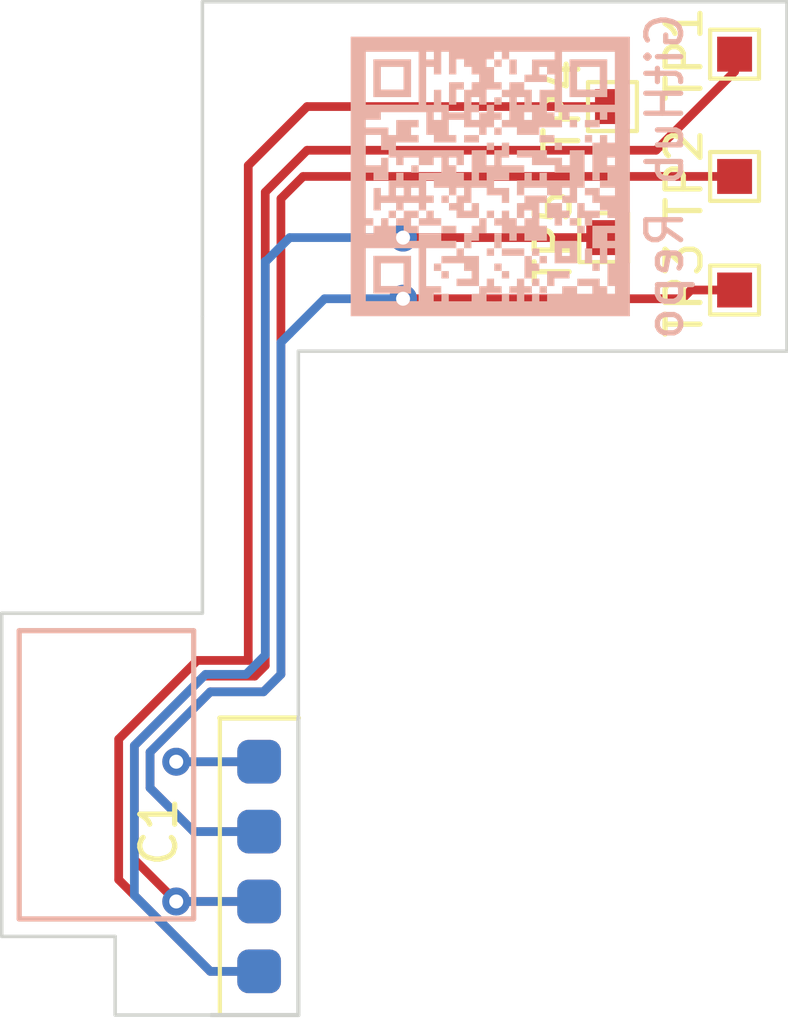
<source format=kicad_pcb>
(kicad_pcb (version 20211014) (generator pcbnew)
  (layers (0 "F.Cu" signal) (31 "B.Cu" signal) (34 "B.Paste" user) (35 "F.Paste" user) (36 "B.SilkS" user "B.Silkscreen") (37 "F.SilkS" user "F.Silkscreen") (38 "B.Mask" user) (39 "F.Mask" user) (44 "Edge.Cuts" user))
  (net 0 "")
  (net 1 "/GND")
  (net 2 "/X_1")
  (net 3 "/+v")
  (net 4 "/Y_1")
  (net 5 "/X_2")
  (net 6 "/Y_2")
  (footprint "consolizer:PSP-analog" (layer "F.Cu") (at 140.75 88 -90)
    (fp_text reference "C1" (at -0.249493 2.999542 90) (layer "F.SilkS"))
    (fp_text value "PSP-analog")
    (fp_line (start -3.5 1.25) (end 5 1.25) (layer "F.SilkS") (width 0.12))
    (fp_line (start 5 -1) (end -3.5 -1) (layer "Edge.Cuts") (width 0.12))
    (fp_line (start 5 1.5) (end 5 -1) (layer "Edge.Cuts") (width 0.12))
    (pad "1" smd roundrect (at -2.25 0.125 270) (size 1.25 1.25) (layers "F.Cu" "F.Paste" "F.Mask") (net 1 "/GND"))
    (pad "2" smd roundrect (at -0.25 0.125 270) (size 1.25 1.25) (layers "F.Cu" "F.Paste" "F.Mask") (net 2 "/X_1"))
    (pad "3" smd roundrect (at 1.75 0.125 270) (size 1.25 1.25) (layers "F.Cu" "F.Paste" "F.Mask") (net 3 "/+v"))
    (pad "4" smd roundrect (at 3.75 0.125 270) (size 1.25 1.25) (layers "F.Cu" "F.Paste" "F.Mask") (net 4 "/Y_1"))
    (pad "5" smd roundrect (at -2.25 0.125 270) (size 1.25 1.25) (layers "B.Cu" "B.Paste" "B.Mask") (net 1 "/GND"))
    (pad "6" smd roundrect (at -0.25 0.125 270) (size 1.25 1.25) (layers "B.Cu" "B.Paste" "B.Mask") (net 5 "/X_2"))
    (pad "7" smd roundrect (at 1.75 0.125 270) (size 1.25 1.25) (layers "B.Cu" "B.Paste" "B.Mask") (net 3 "/+v"))
    (pad "8" smd roundrect (at 3.75 0.125 270) (size 1.25 1.25) (layers "B.Cu" "B.Paste" "B.Mask") (net 6 "/Y_2"))
  )
  (footprint "TestPoint:TestPoint_Pad_1.0x1.0mm" (layer "F.Cu") (at 154.25 69 90)
    (fp_text reference "TP2" (at 0 -1.448 90) (layer "F.SilkS"))
    (fp_text value "TestPoint" hide)
    (fp_line (start -0.7 -0.7) (end 0.7 -0.7) (layer "F.SilkS") (width 0.12))
    (fp_line (start 0.7 -0.7) (end 0.7 0.7) (layer "F.SilkS") (width 0.12))
    (fp_line (start 0.7 0.7) (end -0.7 0.7) (layer "F.SilkS") (width 0.12))
    (fp_line (start -0.7 0.7) (end -0.7 -0.7) (layer "F.SilkS") (width 0.12))
    (pad "1" smd rect (at 0 0 90) (size 1 1) (layers "F.Cu" "F.Mask") (net 2 "/X_1"))
  )
  (footprint "TestPoint:TestPoint_Pad_1.0x1.0mm" (layer "F.Cu") (at 154.25 72.25 90)
    (fp_text reference "TP3" (at 0 -1.448 90) (layer "F.SilkS"))
    (fp_text value "TestPoint" hide)
    (fp_line (start 0.7 -0.7) (end 0.7 0.7) (layer "F.SilkS") (width 0.12))
    (fp_line (start -0.7 0.7) (end -0.7 -0.7) (layer "F.SilkS") (width 0.12))
    (fp_line (start 0.7 0.7) (end -0.7 0.7) (layer "F.SilkS") (width 0.12))
    (fp_line (start -0.7 -0.7) (end 0.7 -0.7) (layer "F.SilkS") (width 0.12))
    (pad "1" smd rect (at 0 0 90) (size 1 1) (layers "F.Cu" "F.Mask") (net 5 "/X_2"))
  )
  (footprint "TestPoint:TestPoint_Pad_1.0x1.0mm" (layer "F.Cu") (at 154.25 65.5 90)
    (fp_text reference "TP1" (at 0 -1.448 90) (layer "F.SilkS"))
    (fp_text value "TestPoint" hide)
    (fp_line (start 0.7 0.7) (end -0.7 0.7) (layer "F.SilkS") (width 0.12))
    (fp_line (start -0.7 0.7) (end -0.7 -0.7) (layer "F.SilkS") (width 0.12))
    (fp_line (start -0.7 -0.7) (end 0.7 -0.7) (layer "F.SilkS") (width 0.12))
    (fp_line (start 0.7 -0.7) (end 0.7 0.7) (layer "F.SilkS") (width 0.12))
    (pad "1" smd rect (at 0 0 90) (size 1 1) (layers "F.Cu" "F.Mask") (net 3 "/+v"))
  )
  (footprint "TestPoint:TestPoint_Pad_1.0x1.0mm" (layer "F.Cu") (at 150.5 70.75 90)
    (fp_text reference "TP5" (at 0 -1.448 90) (layer "F.SilkS"))
    (fp_text value "TestPoint" hide)
    (fp_line (start -0.7 0.7) (end -0.7 -0.7) (layer "F.SilkS") (width 0.12))
    (fp_line (start 0.7 0.7) (end -0.7 0.7) (layer "F.SilkS") (width 0.12))
    (fp_line (start 0.7 -0.7) (end 0.7 0.7) (layer "F.SilkS") (width 0.12))
    (fp_line (start -0.7 -0.7) (end 0.7 -0.7) (layer "F.SilkS") (width 0.12))
    (pad "1" smd rect (at 0 0 90) (size 1 1) (layers "F.Cu" "F.Mask") (net 6 "/Y_2"))
  )
  (footprint "TestPoint:TestPoint_Pad_1.0x1.0mm" (layer "F.Cu") (at 150.75 67 90)
    (fp_text reference "TP4" (at 0 -1.448 90) (layer "F.SilkS"))
    (fp_text value "TestPoint" hide)
    (fp_line (start -0.7 0.7) (end -0.7 -0.7) (layer "F.SilkS") (width 0.12))
    (fp_line (start -0.7 -0.7) (end 0.7 -0.7) (layer "F.SilkS") (width 0.12))
    (fp_line (start 0.7 -0.7) (end 0.7 0.7) (layer "F.SilkS") (width 0.12))
    (fp_line (start 0.7 0.7) (end -0.7 0.7) (layer "F.SilkS") (width 0.12))
    (pad "1" smd rect (at 0 0 90) (size 1 1) (layers "F.Cu" "F.Mask") (net 4 "/Y_1"))
  )
  (footprint "consolizer:QR" (layer "B.Cu") (at 147.25 69 -90)
    (fp_text reference "G***" hide)
    (fp_text value "LOGO" hide)
    (fp_text user "GitHub Repo" (at 0 -5 90 unlocked) (layer "B.SilkS") (effects (justify mirror)))
    (fp_poly (pts (xy 4.000568 -4.000568) (xy -4.000567 -4.000568) (xy -4.000567 -3.568074) (xy -3.568074 -3.568074) (xy -2.054345 -3.568074) (xy -2.054345 -2.054346) (xy -3.568074 -2.054346) (xy -3.568074 -3.568074) (xy -4.000567 -3.568074) (xy -4.000567 -1.842604) (xy -3.568074 -1.842604) (xy -3.347322 -1.842604) (xy -3.347189 -1.735607) (xy -3.347138 -1.708113) (xy -3.347048 -1.673159) (xy -3.346923 -1.632295) (xy -3.34677 -1.587069) (xy -3.346593 -1.539033) (xy -3.346398 -1.489735) (xy -3.34619 -1.440725) (xy -3.346062 -1.412363) (xy -3.345069 -1.196116) (xy -3.236946 -1.195175) (xy -3.19763 -1.19487) (xy -3.153015 -1.194587) (xy -3.106653 -1.194343) (xy -3.062096 -1.194158) (xy -3.022896 -1.19405) (xy -3.021907 -1.194048) (xy -2.914991 -1.193863) (xy -2.912575 -0.979869) (xy -2.807831 -0.97866) (xy -2.703086 -0.97745) (xy -2.703086 -1.621852) (xy -2.914828 -1.621852) (xy -2.914828 -1.405605) (xy -3.13558 -1.405605) (xy -3.13558 -1.626357) (xy -2.919333 -1.626357) (xy -2.919333 -1.842604) (xy -2.810083 -1.842826) (xy -2.758262 -1.842896) (xy -2.708687 -1.842894) (xy -2.662112 -1.842825) (xy -2.619295 -1.842693) (xy -2.580989 -1.842503) (xy -2.547951 -1.842259) (xy -2.520936 -1.841966) (xy -2.5007 -1.841629) (xy -2.487996 -1.841252) (xy -2.483593 -1.840859) (xy -2.483307 -1.83623) (xy -2.482996 -1.823475) (xy -2.482672 -1.803476) (xy -2.482343 -1.777115) (xy -2.482019 -1.745278) (xy -2.481711 -1.708845) (xy -2.481428 -1.668701) (xy -2.481182 -1.625956) (xy -2.480082 -1.412363) (xy -2.371958 -1.411422) (xy -2.332634 -1.411117) (xy -2.288002 -1.410834) (xy -2.241618 -1.41059) (xy -2.197035 -1.410405) (xy -2.157809 -1.410297) (xy -2.156837 -1.410295) (xy -2.04984 -1.41011) (xy -2.04984 -1.193863) (xy -1.838099 -1.193863) (xy -1.617346 -1.193863) (xy -1.617346 -0.973111) (xy -1.838099 -0.973111) (xy -1.838099 -1.193863) (xy -2.04984 -1.193863) (xy -2.04984 -1.189358) (xy -2.482334 -1.189358) (xy -2.482334 -0.977616) (xy -2.270592 -0.977616) (xy -2.04984 -0.977616) (xy -2.04984 -0.756864) (xy -2.270592 -0.756864) (xy -2.270592 -0.977616) (xy -2.482334 -0.977616) (xy -2.482334 -0.973111) (xy -2.698528 -0.973111) (xy -2.696328 -0.547375) (xy -2.589413 -0.546167) (xy -2.482497 -0.54496) (xy -2.481289 -0.438044) (xy -2.480082 -0.331128) (xy -2.270592 -0.32871) (xy -2.270592 -0.545122) (xy -2.162469 -0.545245) (xy -2.069084 -0.545325) (xy -1.971269 -0.545361) (xy -1.872762 -0.545352) (xy -1.777298 -0.545298) (xy -1.723299 -0.545245) (xy -1.61751 -0.545122) (xy -1.615094 -0.331128) (xy -1.510349 -0.329919) (xy -1.405605 -0.32871) (xy -1.405605 -0.761369) (xy -1.189358 -0.761369) (xy -1.189358 -1.405605) (xy -1.405605 -1.405605) (xy -1.405605 -2.054346) (xy -1.617346 -2.054346) (xy -1.617346 -1.838099) (xy -1.833593 -1.838099) (xy -1.833593 -1.621852) (xy -2.270592 -1.621852) (xy -2.270592 -1.842604) (xy -2.161343 -1.842826) (xy -2.121948 -1.842874) (xy -2.077337 -1.842874) (xy -2.031012 -1.84283) (xy -1.986478 -1.842745) (xy -1.947237 -1.842623) (xy -1.945096 -1.842615) (xy -1.838099 -1.842181) (xy -1.838099 -2.058851) (xy -1.621852 -2.058851) (xy -1.621852 -2.270592) (xy -1.838099 -2.270592) (xy -1.838099 -3.140085) (xy -1.621852 -3.140085) (xy -1.621852 -3.351827) (xy -1.838099 -3.351827) (xy -1.838099 -3.572419) (xy -1.728849 -3.573625) (xy -1.701107 -3.573855) (xy -1.665888 -3.574024) (xy -1.624728 -3.574132) (xy -1.57916 -3.574177) (xy -1.530717 -3.57416) (xy -1.480935 -3.57408) (xy -1.431346 -3.573935) (xy -1.398847 -3.5738) (xy -1.350477 -3.573583) (xy -1.301068 -3.573377) (xy -1.252121 -3.573187) (xy -1.205138 -3.57302) (xy -1.161621 -3.572879) (xy -1.12307 -3.57277) (xy -1.090988 -3.572699) (xy -1.07335 -3.572674) (xy -0.968606 -3.572579) (xy -0.540617 -3.572579) (xy -0.319865 -3.572579) (xy -0.319865 -3.351827) (xy -0.540617 -3.351827) (xy -0.540617 -3.572579) (xy -0.968606 -3.572579) (xy -0.968606 -3.351827) (xy -1.185019 -3.351827) (xy -1.183809 -3.247082) (xy -1.1826 -3.142338) (xy -1.075684 -3.14113) (xy -0.968769 -3.139923) (xy -0.966353 -2.926091) (xy -0.429115 -2.925057) (xy 0.108124 -2.924023) (xy 0.108124 -3.13558) (xy -0.108123 -3.13558) (xy -0.108123 -3.356332) (xy 0.112466 -3.356332) (xy 0.113673 -3.249335) (xy 0.114881 -3.142338) (xy 0.219626 -3.141128) (xy 0.32437 -3.139919) (xy 0.32437 -3.572579) (xy 0.54481 -3.572579) (xy 0.546093 -3.463329) (xy 0.546429 -3.423699) (xy 0.546599 -3.378631) (xy 0.546604 -3.331695) (xy 0.546442 -3.286461) (xy 0.546115 -3.246499) (xy 0.546095 -3.24483) (xy 0.544816 -3.13558) (xy 0.328928 -3.13558) (xy 0.331128 -2.709844) (xy 0.435873 -2.708635) (xy 0.540617 -2.707425) (xy 0.540617 -2.923838) (xy 0.756864 -2.923838) (xy 0.756864 -3.140085) (xy 0.973111 -3.140085) (xy 0.973111 -3.356332) (xy 1.189358 -3.356332) (xy 1.189358 -3.572579) (xy 1.41011 -3.572579) (xy 1.621852 -3.572579) (xy 1.842604 -3.572579) (xy 1.842604 -3.351827) (xy 1.621852 -3.351827) (xy 1.621852 -3.572579) (xy 1.41011 -3.572579) (xy 1.410243 -3.465582) (xy 1.410294 -3.438088) (xy 1.410384 -3.403135) (xy 1.410508 -3.36227) (xy 1.410662 -3.317045) (xy 1.410839 -3.269008) (xy 1.411034 -3.21971) (xy 1.411242 -3.1707) (xy 1.411369 -3.142338) (xy 1.412363 -2.926091) (xy 1.733354 -2.925028) (xy 2.054346 -2.923965) (xy 2.054346 -3.140085) (xy 2.163595 -3.140307) (xy 2.20299 -3.140355) (xy 2.247601 -3.140355) (xy 2.293926 -3.140311) (xy 2.33846 -3.140227) (xy 2.377701 -3.140105) (xy 2.379842 -3.140096) (xy 2.486839 -3.139663) (xy 2.486839 -3.351827) (xy 2.054346 -3.351827) (xy 2.054346 -3.572272) (xy 2.163595 -3.573552) (xy 2.203216 -3.573887) (xy 2.248268 -3.574057) (xy 2.295182 -3.57406) (xy 2.340391 -3.573898) (xy 2.380326 -3.573569) (xy 2.382014 -3.57355) (xy 2.491182 -3.572268) (xy 2.49239 -3.465426) (xy 2.493597 -3.358585) (xy 2.814589 -3.357522) (xy 3.13558 -3.356458) (xy 3.13558 -3.572579) (xy 3.356332 -3.572579) (xy 3.356332 -3.351827) (xy 3.140085 -3.351827) (xy 3.140085 -3.13558) (xy 2.923965 -3.13558) (xy 2.925028 -2.814589) (xy 2.926091 -2.493597) (xy 3.030835 -2.492388) (xy 3.13558 -2.491178) (xy 3.13558 -2.923838) (xy 3.35602 -2.923838) (xy 3.357302 -2.814589) (xy 3.357639 -2.774959) (xy 3.357809 -2.729891) (xy 3.357814 -2.682954) (xy 3.357652 -2.63772) (xy 3.357324 -2.597759) (xy 3.357305 -2.596089) (xy 3.356025 -2.486839) (xy 3.140138 -2.486839) (xy 3.142338 -2.061103) (xy 3.249335 -2.059895) (xy 3.356332 -2.058688) (xy 3.356517 -1.951772) (xy 3.356623 -1.912774) (xy 3.356806 -1.868319) (xy 3.357048 -1.821959) (xy 3.357331 -1.777246) (xy 3.357635 -1.737734) (xy 3.357644 -1.736733) (xy 3.358585 -1.62861) (xy 3.572579 -1.626194) (xy 3.572579 -1.405605) (xy 3.356166 -1.405605) (xy 3.357375 -1.30086) (xy 3.358585 -1.196116) (xy 3.572579 -1.1937) (xy 3.572579 -0.973111) (xy 3.351827 -0.973111) (xy 3.351827 -1.189358) (xy 3.140085 -1.189358) (xy 3.140085 -0.973111) (xy 2.923672 -0.973111) (xy 2.924882 -0.868367) (xy 2.926091 -0.763622) (xy 3.033007 -0.762414) (xy 3.139923 -0.761207) (xy 3.14113 -0.654291) (xy 3.142338 -0.547375) (xy 3.247082 -0.546166) (xy 3.351827 -0.544956) (xy 3.351827 -0.761369) (xy 3.572579 -0.761369) (xy 3.572579 -0.540617) (xy 3.356166 -0.540617) (xy 3.357375 -0.435873) (xy 3.358585 -0.331128) (xy 3.465426 -0.329921) (xy 3.572268 -0.328713) (xy 3.57355 -0.219545) (xy 3.573886 -0.179945) (xy 3.574056 -0.134904) (xy 3.574061 -0.08799) (xy 3.573899 -0.042771) (xy 3.573571 -0.002815) (xy 3.573552 -0.001126) (xy 3.572272 0.108123) (xy 3.351827 0.108123) (xy 3.351827 -0.32437) (xy 3.140085 -0.32437) (xy 3.140085 -0.108124) (xy 2.923672 -0.108124) (xy 2.924882 -0.003379) (xy 2.926091 0.101366) (xy 3.033007 0.102573) (xy 3.139923 0.103781) (xy 3.14113 0.210697) (xy 3.142338 0.317613) (xy 3.249254 0.31882) (xy 3.356169 0.320028) (xy 3.357377 0.426944) (xy 3.358585 0.533859) (xy 3.572579 0.536275) (xy 3.572702 0.642064) (xy 3.572739 0.679793) (xy 3.572772 0.723208) (xy 3.572799 0.768987) (xy 3.572817 0.813805) (xy 3.572825 0.854338) (xy 3.572825 0.860482) (xy 3.572819 0.900209) (xy 3.572802 0.944997) (xy 3.572777 0.991458) (xy 3.572745 1.036204) (xy 3.572708 1.075845) (xy 3.572702 1.081234) (xy 3.572579 1.189358) (xy 3.356166 1.189358) (xy 3.357375 1.294102) (xy 3.358585 1.398847) (xy 3.572579 1.401263) (xy 3.572579 1.621852) (xy 3.351827 1.621852) (xy 3.351827 1.405605) (xy 3.139663 1.405605) (xy 3.140096 1.512602) (xy 3.14022 1.551407) (xy 3.140307 1.59572) (xy 3.140354 1.642035) (xy 3.140356 1.686851) (xy 3.140312 1.726664) (xy 3.140307 1.728849) (xy 3.140085 1.838099) (xy 2.054346 1.838099) (xy 2.054346 0.973111) (xy 1.842181 0.973111) (xy 1.842615 1.080108) (xy 1.842739 1.118914) (xy 1.842826 1.163226) (xy 1.842872 1.209542) (xy 1.842875 1.254357) (xy 1.84283 1.29417) (xy 1.842826 1.296355) (xy 1.842604 1.405605) (xy 1.626483 1.405605) (xy 1.627546 1.726596) (xy 1.62861 2.047588) (xy 1.735451 2.048795) (xy 1.842293 2.050003) (xy 1.842344 2.054345) (xy 2.054346 2.054345) (xy 3.568074 2.054345) (xy 3.568074 3.568074) (xy 2.054346 3.568074) (xy 2.054346 2.054345) (xy 1.842344 2.054345) (xy 1.843574 2.159171) (xy 1.843911 2.198771) (xy 1.844081 2.243812) (xy 1.844085 2.290726) (xy 1.843924 2.335945) (xy 1.843596 2.375901) (xy 1.843577 2.377589) (xy 1.842297 2.486839) (xy 1.626357 2.486839) (xy 1.626357 2.703086) (xy 1.41011 2.703086) (xy 1.41011 2.919333) (xy 1.193697 2.919333) (xy 1.194906 3.024078) (xy 1.196116 3.128822) (xy 1.303032 3.13003) (xy 1.409947 3.131237) (xy 1.412363 3.345069) (xy 1.626357 3.347485) (xy 1.626357 3.568074) (xy 1.405605 3.568074) (xy 1.405605 3.351827) (xy 1.193863 3.351827) (xy 1.193863 3.568074) (xy -0.108123 3.568074) (xy -0.108123 3.347322) (xy 0.108124 3.347322) (xy 0.108124 2.919333) (xy -0.536278 2.919333) (xy -0.535069 3.024078) (xy -0.533859 3.128822) (xy -0.427018 3.13003) (xy -0.320176 3.131237) (xy -0.318894 3.240406) (xy -0.318558 3.280006) (xy -0.318388 3.325046) (xy -0.318384 3.37196) (xy -0.318545 3.417179) (xy -0.318873 3.457135) (xy -0.318892 3.458824) (xy -0.320172 3.568074) (xy -1.189358 3.568074) (xy -1.189358 3.131075) (xy -1.080108 3.130853) (xy -1.040713 3.130805) (xy -0.996102 3.130805) (xy -0.949778 3.130849) (xy -0.905243 3.130933) (xy -0.866002 3.131055) (xy -0.863861 3.131064) (xy -0.756864 3.131497) (xy -0.756864 2.914828) (xy -0.540617 2.914828) (xy -0.540617 2.698581) (xy -0.32437 2.698581) (xy -0.32437 2.486839) (xy -0.540617 2.486839) (xy -0.540617 2.04984) (xy -0.32437 2.04984) (xy -0.32437 1.621852) (xy -0.540617 1.621852) (xy -0.540617 1.4011) (xy -0.431367 1.400877) (xy -0.378905 1.400807) (xy -0.328874 1.40081) (xy -0.282014 1.400881) (xy -0.239063 1.401017) (xy -0.200761 1.401212) (xy -0.167846 1.401462) (xy -0.141058 1.401763) (xy -0.121134 1.40211) (xy -0.108815 1.402499) (xy -0.10484 1.402882) (xy -0.104603 1.407494) (xy -0.104351 1.420398) (xy -0.104088 1.440877) (xy -0.103819 1.468214) (xy -0.103551 1.501689) (xy -0.103288 1.540586) (xy -0.103035 1.584186) (xy -0.102799 1.631772) (xy -0.102584 1.682626) (xy -0.102429 1.725908) (xy -0.101366 2.047588) (xy 0.005476 2.048795) (xy 0.097901 2.04984) (xy 0.32437 2.04984) (xy 0.545122 2.04984) (xy 0.545122 2.270592) (xy 0.32437 2.270592) (xy 0.32437 2.04984) (xy 0.097901 2.04984) (xy 0.112317 2.050003) (xy 0.113599 2.159171) (xy 0.113935 2.198771) (xy 0.114106 2.243812) (xy 0.11411 2.290726) (xy 0.113949 2.335945) (xy 0.113621 2.375901) (xy 0.113602 2.377589) (xy 0.112375 2.482334) (xy 0.32437 2.482334) (xy 0.545122 2.482334) (xy 0.545122 2.703086) (xy 0.32437 2.703086) (xy 0.32437 2.482334) (xy 0.112375 2.482334) (xy 0.112322 2.486839) (xy -0.103784 2.486839) (xy -0.102575 2.591584) (xy -0.101366 2.696328) (xy 0.112466 2.698744) (xy 0.113674 2.805659) (xy 0.114881 2.912575) (xy 0.223005 2.913516) (xy 0.262329 2.913821) (xy 0.30696 2.914104) (xy 0.353345 2.914348) (xy 0.397928 2.914533) (xy 0.437154 2.914641) (xy 0.438125 2.914643) (xy 0.545122 2.914828) (xy 0.545122 3.13558) (xy 0.32871 3.13558) (xy 0.329919 3.240325) (xy 0.331128 3.345069) (xy 0.65212 3.346132) (xy 0.973111 3.347195) (xy 0.973111 3.13558) (xy 0.756864 3.13558) (xy 0.756864 2.698581) (xy 0.973111 2.698581) (xy 0.973111 2.486839) (xy 0.756864 2.486839) (xy 0.756864 2.04984) (xy 0.973111 2.04984) (xy 0.973111 1.838099) (xy 0.756864 1.838099) (xy 0.756864 1.621852) (xy 0.545122 1.621852) (xy 0.545122 1.838099) (xy 0.108124 1.838099) (xy 0.108124 1.617346) (xy 0.32437 1.617346) (xy 0.32437 1.184853) (xy 0.540617 1.184853) (xy 0.540617 0.973111) (xy 0.32437 0.973111) (xy 0.32437 0.752359) (xy 0.544959 0.752359) (xy 0.547375 0.966353) (xy 0.761207 0.968769) (xy 0.762414 1.075684) (xy 0.763622 1.1826) (xy 0.868367 1.183809) (xy 0.973111 1.185019) (xy 0.973111 0.968606) (xy 1.189358 0.968606) (xy 1.189358 0.32437) (xy 0.761203 0.32437) (xy 0.762413 0.429115) (xy 0.763622 0.533859) (xy 0.977616 0.536275) (xy 0.977616 0.756864) (xy 0.756864 0.756864) (xy 0.756864 0.540617) (xy 0.32437 0.540617) (xy 0.32437 0.103618) (xy 0.540617 0.103618) (xy 0.540617 -0.328876) (xy 0.756864 -0.328876) (xy 0.756864 -0.540617) (xy 0.328453 -0.540617) (xy 0.328887 -0.43362) (xy 0.32901 -0.394815) (xy 0.329097 -0.350502) (xy 0.329144 -0.304187) (xy 0.329147 -0.259371) (xy 0.329102 -0.219558) (xy 0.329098 -0.217373) (xy 0.328876 -0.108124) (xy 0.108124 -0.108124) (xy 0.108124 -0.540617) (xy -0.108123 -0.540617) (xy -0.108123 -0.973111) (xy -0.319961 -0.973111) (xy -0.31976 -0.75799) (xy -0.31972 -0.709866) (xy -0.319691 -0.660415) (xy -0.319671 -0.611213) (xy -0.319661 -0.563835) (xy -0.319662 -0.519857) (xy -0.319673 -0.480854) (xy -0.319695 -0.4484) (xy -0.319712 -0.43362) (xy -0.319865 -0.32437) (xy -0.540617 -0.32437) (xy -0.540617 -0.540617) (xy -0.968772 -0.540617) (xy -0.967563 -0.435873) (xy -0.966353 -0.331128) (xy -0.859437 -0.329921) (xy -0.752522 -0.328713) (xy -0.750106 -0.114881) (xy -0.641983 -0.11394) (xy -0.602659 -0.113636) (xy -0.558027 -0.113352) (xy -0.511642 -0.113109) (xy -0.46706 -0.112924) (xy -0.427834 -0.112816) (xy -0.426862 -0.112814) (xy -0.319865 -0.112629) (xy -0.319865 0.103618) (xy -0.108123 0.103618) (xy 0.112629 0.103618) (xy 0.112629 0.32437) (xy -0.108123 0.32437) (xy -0.108123 0.103618) (xy -0.319865 0.103618) (xy -0.319865 0.108123) (xy -0.752306 0.108123) (xy -0.750106 0.533859) (xy -0.425736 0.534873) (xy -0.368997 0.535047) (xy -0.312271 0.535215) (xy -0.256617 0.535374) (xy -0.203096 0.535522) (xy -0.152767 0.535654) (xy -0.106689 0.53577) (xy -0.065923 0.535866) (xy -0.031528 0.535939) (xy -0.004563 0.535986) (xy 0.005632 0.535999) (xy 0.112629 0.536112) (xy 0.112629 0.756864) (xy -0.103618 0.756864) (xy -0.103618 0.973111) (xy -0.319865 0.973111) (xy -0.319865 1.189358) (xy -0.540617 1.189358) (xy -0.540617 0.968606) (xy -0.32437 0.968606) (xy -0.32437 0.756864) (xy -0.752182 0.756864) (xy -0.75218 1.620725) (xy -0.75218 1.71006) (xy -0.752182 1.797994) (xy -0.752184 1.884017) (xy -0.752187 1.967615) (xy -0.75219 2.048278) (xy -0.752195 2.125492) (xy -0.7522 2.198746) (xy -0.752206 2.267528) (xy -0.752212 2.331325) (xy -0.752219 2.389625) (xy -0.752227 2.441917) (xy -0.752234 2.487688) (xy -0.752243 2.526427) (xy -0.752252 2.55762) (xy -0.752261 2.580756) (xy -0.752269 2.593836) (xy -0.752359 2.703086) (xy -0.973111 2.703086) (xy -0.973111 2.054345) (xy -1.184853 2.054345) (xy -1.184853 2.270592) (xy -1.405605 2.270592) (xy -1.405605 2.054345) (xy -1.61722 2.054345) (xy -1.616157 2.375337) (xy -1.615094 2.696328) (xy -1.50697 2.69727) (xy -1.467647 2.697574) (xy -1.423015 2.697857) (xy -1.37663 2.698101) (xy -1.332047 2.698286) (xy -1.292821 2.698394) (xy -1.29185 2.698396) (xy -1.184853 2.698581) (xy -1.184853 2.919333) (xy -1.401195 2.919333) (xy -1.400994 3.134454) (xy -1.400955 3.182579) (xy -1.400925 3.23203) (xy -1.400905 3.281231) (xy -1.400896 3.328609) (xy -1.400896 3.372587) (xy -1.400907 3.41159) (xy -1.400929 3.444044) (xy -1.400946 3.458824) (xy -1.4011 3.568074) (xy -1.621852 3.568074) (xy -1.621852 3.13558) (xy -1.838099 3.13558) (xy -1.838099 1.833593) (xy -1.728849 1.83344) (xy -1.700769 1.833412) (xy -1.665254 1.833395) (xy -1.623879 1.833389) (xy -1.578219 1.833392) (xy -1.529849 1.833407) (xy -1.480345 1.833431) (xy -1.43128 1.833465) (xy -1.404478 1.833488) (xy -1.189358 1.833689) (xy -1.189358 1.617346) (xy -0.973111 1.617346) (xy -0.973111 0.973111) (xy -1.184853 0.973111) (xy -1.184853 1.189358) (xy -1.621852 1.189358) (xy -1.621852 0.752359) (xy -1.405605 0.752359) (xy -1.405605 0.319865) (xy -1.189358 0.319865) (xy -1.189358 0.108123) (xy -1.405605 0.108123) (xy -1.405605 -0.108124) (xy -1.621852 -0.108124) (xy -1.621852 -0.32437) (xy -1.833593 -0.32437) (xy -1.833593 -0.108124) (xy -2.050006 -0.108124) (xy -2.047588 0.101366) (xy -1.940672 0.102573) (xy -1.833756 0.103781) (xy -1.832548 0.210697) (xy -1.831341 0.317613) (xy -1.724344 0.31882) (xy -1.617346 0.320028) (xy -1.617346 0.540617) (xy -1.838099 0.540617) (xy -1.838099 0.32437) (xy -2.04984 0.32437) (xy -2.04984 0.540617) (xy -2.270592 0.540617) (xy -2.270592 0.319865) (xy -2.054345 0.319865) (xy -2.054345 0.108123) (xy -2.486839 0.108123) (xy -2.486839 -0.32437) (xy -2.698581 -0.32437) (xy -2.698581 -0.108124) (xy -3.131075 -0.108124) (xy -3.131075 0.108123) (xy -3.351827 0.108123) (xy -3.351827 -0.108124) (xy -3.568074 -0.108124) (xy -3.568074 -0.328876) (xy -3.351827 -0.328876) (xy -3.351827 -0.540617) (xy -3.568074 -0.540617) (xy -3.568074 -1.842604) (xy -4.000567 -1.842604) (xy -4.000567 1.184853) (xy -3.568074 1.184853) (xy -3.458824 1.184699) (xy -3.430744 1.184671) (xy -3.395229 1.184654) (xy -3.353854 1.184648) (xy -3.308194 1.184652) (xy -3.259825 1.184666) (xy -3.21032 1.18469) (xy -3.161256 1.184724) (xy -3.134454 1.184747) (xy -2.919333 1.184948) (xy -2.919333 0.973111) (xy -3.351827 0.973111) (xy -3.351827 0.752359) (xy -3.13558 0.752359) (xy -3.13558 0.536112) (xy -2.919333 0.536112) (xy -2.919333 0.319865) (xy -2.698744 0.319865) (xy -2.696328 0.533859) (xy -2.589413 0.535067) (xy -2.482497 0.536275) (xy -2.481289 0.643191) (xy -2.480082 0.750106) (xy -2.158402 0.75117) (xy -2.105419 0.751363) (xy -2.05512 0.751582) (xy -2.008223 0.751822) (xy -1.965446 0.752077) (xy -1.927506 0.752341) (xy -1.895121 0.75261) (xy -1.869009 0.752878) (xy -1.849889 0.75314) (xy -1.838476 0.75339) (xy -1.835375 0.75358) (xy -1.834953 0.758402) (xy -1.834568 0.771494) (xy -1.834226 0.792119) (xy -1.833929 0.819537) (xy -1.833684 0.85301) (xy -1.833494 0.891798) (xy -1.833365 0.935162) (xy -1.8333 0.982364) (xy -1.833304 1.032664) (xy -1.833371 1.080108) (xy -1.833593 1.189358) (xy -2.04984 1.189358) (xy -2.04984 1.4011) (xy -1.838099 1.4011) (xy -1.617346 1.4011) (xy -1.617346 1.621852) (xy -1.838099 1.621852) (xy -1.838099 1.4011) (xy -2.04984 1.4011) (xy -2.04984 1.405605) (xy -2.4825 1.405605) (xy -2.481291 1.510349) (xy -2.480082 1.615094) (xy -2.371958 1.616035) (xy -2.332634 1.61634) (xy -2.288002 1.616623) (xy -2.241618 1.616866) (xy -2.197035 1.617051) (xy -2.157809 1.61716) (xy -2.156837 1.617161) (xy -2.04984 1.617346) (xy -2.04984 1.838099) (xy -3.13558 1.838099) (xy -3.13558 1.617346) (xy -2.919333 1.617346) (xy -2.919333 1.405605) (xy -3.568074 1.405605) (xy -3.568074 1.184853) (xy -4.000567 1.184853) (xy -4.000567 1.617346) (xy -3.568074 1.617346) (xy -3.347322 1.617346) (xy -3.347322 1.838099) (xy -3.568074 1.838099) (xy -3.568074 1.617346) (xy -4.000567 1.617346) (xy -4.000567 2.054345) (xy -3.568074 2.054345) (xy -2.054345 2.054345) (xy -2.054345 3.568074) (xy -3.568074 3.568074) (xy -3.568074 2.054345) (xy -4.000567 2.054345) (xy -4.000567 4.000567) (xy 4.000568 4.000567)) (layer "B.SilkS") (width 0) (fill solid))
    (fp_poly (pts (xy 2.703086 1.405605) (xy 2.491178 1.405605) (xy 2.492388 1.510349) (xy 2.493597 1.615094) (xy 2.598342 1.616303) (xy 2.703086 1.617513)) (layer "B.SilkS") (width 0) (fill solid))
    (fp_poly (pts (xy 2.486839 -1.621852) (xy 2.274932 -1.621852) (xy 2.276141 -1.517107) (xy 2.27735 -1.412363) (xy 2.382095 -1.411153) (xy 2.486839 -1.409944)) (layer "B.SilkS") (width 0) (fill solid))
    (fp_poly (pts (xy 2.703086 -3.13558) (xy 2.491178 -3.13558) (xy 2.492388 -3.030835) (xy 2.493597 -2.926091) (xy 2.598342 -2.924882) (xy 2.703086 -2.923672)) (layer "B.SilkS") (width 0) (fill solid))
    (fp_poly (pts (xy -0.973111 0.32437) (xy -1.1848 0.32437) (xy -1.1826 0.750106) (xy -1.077856 0.751316) (xy -0.973111 0.752525)) (layer "B.SilkS") (width 0) (fill solid))
    (fp_poly (pts (xy 2.054346 0.540617) (xy 1.838099 0.540617) (xy 1.838099 0.32437) (xy 1.621852 0.32437) (xy 1.621852 0.108123) (xy 1.193697 0.108123) (xy 1.194906 0.212868) (xy 1.196116 0.317613) (xy 1.303032 0.31882) (xy 1.409947 0.320028) (xy 1.411155 0.426944) (xy 1.412363 0.533859) (xy 1.519278 0.535067) (xy 1.626194 0.536275) (xy 1.627402 0.643191) (xy 1.62861 0.750106) (xy 2.054346 0.752306)) (layer "B.SilkS") (width 0) (fill solid))
    (fp_poly (pts (xy 2.270592 -0.108124) (xy 2.058685 -0.108124) (xy 2.061103 0.101366) (xy 2.165848 0.102575) (xy 2.270592 0.103784)) (layer "B.SilkS") (width 0) (fill solid))
    (fp_poly (pts (xy 1.405605 2.482334) (xy 1.621852 2.482334) (xy 1.621852 2.054345) (xy 1.41011 2.054345) (xy 1.41011 2.270592) (xy 1.189358 2.270592) (xy 1.189358 2.054345) (xy 0.977669 2.054345) (xy 0.978769 2.267213) (xy 0.979869 2.480082) (xy 1.086785 2.481289) (xy 1.1937 2.482497) (xy 1.194908 2.589413) (xy 1.196116 2.696328) (xy 1.30086 2.697538) (xy 1.405605 2.698747)) (layer "B.SilkS") (width 0) (fill solid))
    (fp_poly (pts (xy 2.703086 -0.32437) (xy 2.491178 -0.32437) (xy 2.492388 -0.219626) (xy 2.493597 -0.114881) (xy 2.598342 -0.113672) (xy 2.703086 -0.112463)) (layer "B.SilkS") (width 0) (fill solid))
    (fp_poly (pts (xy -1.189358 -0.32437) (xy -1.401266 -0.32437) (xy -1.400056 -0.219626) (xy -1.398847 -0.114881) (xy -1.294102 -0.113672) (xy -1.189358 -0.112463)) (layer "B.SilkS") (width 0) (fill solid))
    (fp_poly (pts (xy -2.270592 2.270592) (xy -3.351827 2.270592) (xy -3.351827 2.486839) (xy -3.13558 2.486839) (xy -2.486839 2.486839) (xy -2.486839 3.13558) (xy -3.13558 3.13558) (xy -3.13558 2.486839) (xy -3.351827 2.486839) (xy -3.351827 3.351827) (xy -2.270592 3.351827)) (layer "B.SilkS") (width 0) (fill solid))
    (fp_poly (pts (xy -0.973111 -1.838099) (xy -1.1848 -1.838099) (xy -1.1826 -1.412363) (xy -1.077856 -1.411153) (xy -0.973111 -1.409944)) (layer "B.SilkS") (width 0) (fill solid))
    (fp_poly (pts (xy 3.13558 -1.838099) (xy 2.919333 -1.838099) (xy 2.919333 -2.270592) (xy 2.707718 -2.270592) (xy 2.709844 -1.62861) (xy 3.13558 -1.62641)) (layer "B.SilkS") (width 0) (fill solid))
    (fp_poly (pts (xy 2.919333 -1.189358) (xy 2.703086 -1.189358) (xy 2.703086 -1.405605) (xy 2.491345 -1.405605) (xy 2.491345 -1.189358) (xy 2.274932 -1.189358) (xy 2.276141 -1.084613) (xy 2.27735 -0.979869) (xy 2.598342 -0.978806) (xy 2.919333 -0.977743)) (layer "B.SilkS") (width 0) (fill solid))
    (fp_poly (pts (xy -1.405605 -3.13558) (xy -1.617294 -3.13558) (xy -1.615094 -2.709844) (xy -1.510349 -2.708635) (xy -1.405605 -2.707425)) (layer "B.SilkS") (width 0) (fill solid))
    (fp_poly (pts (xy -2.054345 -0.32437) (xy -2.266253 -0.32437) (xy -2.265044 -0.219626) (xy -2.263835 -0.114881) (xy -2.054345 -0.112463)) (layer "B.SilkS") (width 0) (fill solid))
    (fp_poly (pts (xy 0.756864 1.189358) (xy 0.544956 1.189358) (xy 0.546166 1.294102) (xy 0.547375 1.398847) (xy 0.65212 1.400056) (xy 0.756864 1.401266)) (layer "B.SilkS") (width 0) (fill solid))
    (fp_poly (pts (xy -0.756864 -2.054346) (xy -0.968772 -2.054346) (xy -0.967563 -1.949601) (xy -0.966353 -1.844856) (xy -0.861609 -1.843647) (xy -0.756864 -1.842438)) (layer "B.SilkS") (width 0) (fill solid))
    (fp_poly (pts (xy -2.270592 -3.351827) (xy -3.351827 -3.351827) (xy -3.351827 -3.13558) (xy -3.13558 -3.13558) (xy -2.486839 -3.13558) (xy -2.486839 -2.486839) (xy -3.13558 -2.486839) (xy -3.13558 -3.13558) (xy -3.351827 -3.13558) (xy -3.351827 -2.270592) (xy -2.270592 -2.270592)) (layer "B.SilkS") (width 0) (fill solid))
    (fp_poly (pts (xy 1.189358 -1.842604) (xy 1.405605 -1.842604) (xy 1.405605 -2.054346) (xy 1.189358 -2.054346) (xy 1.189358 -2.270592) (xy 0.977616 -2.270592) (xy 0.977616 -2.054346) (xy 0.761422 -2.054346) (xy 0.763622 -1.62861) (xy 1.189358 -1.62641)) (layer "B.SilkS") (width 0) (fill solid))
    (fp_poly (pts (xy 2.486839 0.752359) (xy 2.703086 0.752359) (xy 2.703086 0.536112) (xy 2.923838 0.536112) (xy 2.924023 0.643109) (xy 2.924129 0.682137) (xy 2.924312 0.72662) (xy 2.924555 0.773002) (xy 2.924837 0.81773) (xy 2.925141 0.857248) (xy 2.92515 0.85823) (xy 2.926091 0.966353) (xy 3.030835 0.967563) (xy 3.13558 0.968772) (xy 3.13558 0.32437) (xy 2.274675 0.32437) (xy 2.275109 0.431367) (xy 2.275233 0.470173) (xy 2.27532 0.514485) (xy 2.275366 0.560801) (xy 2.275369 0.605617) (xy 2.275324 0.645429) (xy 2.27532 0.647614) (xy 2.275098 0.756864) (xy 2.058685 0.756864) (xy 2.059894 0.861609) (xy 2.061103 0.966353) (xy 2.1681 0.967561) (xy 2.275098 0.968769) (xy 2.275283 1.075685) (xy 2.275389 1.114682) (xy 2.275572 1.159137) (xy 2.275814 1.205497) (xy 2.276096 1.25021) (xy 2.2764 1.289723) (xy 2.276409 1.290724) (xy 2.27735 1.398847) (xy 2.382095 1.400056) (xy 2.486839 1.401266)) (layer "B.SilkS") (width 0) (fill solid))
    (fp_poly (pts (xy 1.189358 2.703086) (xy 0.97745 2.703086) (xy 0.97866 2.807831) (xy 0.979869 2.912575) (xy 1.084613 2.913785) (xy 1.189358 2.914994)) (layer "B.SilkS") (width 0) (fill solid))
    (fp_poly (pts (xy 1.621852 0.973111) (xy 1.410163 0.973111) (xy 1.412363 1.398847) (xy 1.517107 1.400056) (xy 1.621852 1.401266)) (layer "B.SilkS") (width 0) (fill solid))
    (fp_poly (pts (xy 3.351827 -1.621852) (xy 3.139919 -1.621852) (xy 3.141128 -1.517107) (xy 3.142338 -1.412363) (xy 3.247082 -1.411153) (xy 3.351827 -1.409944)) (layer "B.SilkS") (width 0) (fill solid))
    (fp_poly (pts (xy 2.486839 -2.919333) (xy 2.058685 -2.919333) (xy 2.059894 -2.814589) (xy 2.061103 -2.709844) (xy 2.486839 -2.707644)) (layer "B.SilkS") (width 0) (fill solid))
    (fp_poly (pts (xy 1.189358 -0.108124) (xy 0.97745 -0.108124) (xy 0.97866 -0.003379) (xy 0.979869 0.101366) (xy 1.084613 0.102575) (xy 1.189358 0.103784)) (layer "B.SilkS") (width 0) (fill solid))
    (fp_poly (pts (xy 3.13558 -1.405605) (xy 2.923672 -1.405605) (xy 2.924882 -1.30086) (xy 2.926091 -1.196116) (xy 3.030835 -1.194906) (xy 3.13558 -1.193697)) (layer "B.SilkS") (width 0) (fill solid))
    (fp_poly (pts (xy -0.756864 -0.108124) (xy -0.968772 -0.108124) (xy -0.967563 -0.003379) (xy -0.966353 0.101366) (xy -0.861609 0.102575) (xy -0.756864 0.103784)) (layer "B.SilkS") (width 0) (fill solid))
    (fp_poly (pts (xy 1.621852 -2.703086) (xy 1.409944 -2.703086) (xy 1.411153 -2.598342) (xy 1.412363 -2.493597) (xy 1.517107 -2.492388) (xy 1.621852 -2.491178)) (layer "B.SilkS") (width 0) (fill solid))
    (fp_poly (pts (xy 2.054346 -0.32437) (xy 1.626191 -0.32437) (xy 1.6274 -0.219626) (xy 1.62861 -0.114881) (xy 1.841478 -0.113781) (xy 2.054346 -0.112682)) (layer "B.SilkS") (width 0) (fill solid))
    (fp_poly (pts (xy 2.270592 -0.973111) (xy 2.058977 -0.973111) (xy 2.06004 -0.65212) (xy 2.061103 -0.331128) (xy 2.165848 -0.329919) (xy 2.270592 -0.32871)) (layer "B.SilkS") (width 0) (fill solid))
    (fp_poly (pts (xy -0.108123 2.054345) (xy -0.320031 2.054345) (xy -0.317613 2.263835) (xy -0.108123 2.266253)) (layer "B.SilkS") (width 0) (fill solid))
    (fp_poly (pts (xy 2.486839 -2.486839) (xy 1.84273 -2.486839) (xy 1.843431 -2.275098) (xy 2.054346 -2.275098) (xy 2.275098 -2.275098) (xy 2.275098 -2.054346) (xy 2.054346 -2.054346) (xy 2.054346 -2.275098) (xy 1.843431 -2.275098) (xy 1.843793 -2.165848) (xy 1.844856 -1.844856) (xy 2.165848 -1.843793) (xy 2.486839 -1.84273)) (layer "B.SilkS") (width 0) (fill solid))
    (fp_poly (pts (xy -2.054345 0.973111) (xy -2.486839 0.973111) (xy -2.486839 0.756864) (xy -2.698528 0.756864) (xy -2.696328 1.1826) (xy -2.375337 1.183663) (xy -2.054345 1.184726)) (layer "B.SilkS") (width 0) (fill solid))
    (fp_poly (pts (xy 2.919333 1.189358) (xy 2.707425 1.189358) (xy 2.708635 1.294102) (xy 2.709844 1.398847) (xy 2.814589 1.400056) (xy 2.919333 1.401266)) (layer "B.SilkS") (width 0) (fill solid))
    (fp_poly (pts (xy 1.405605 -2.486839) (xy 1.193697 -2.486839) (xy 1.194906 -2.382095) (xy 1.196116 -2.27735) (xy 1.30086 -2.276141) (xy 1.405605 -2.274932)) (layer "B.SilkS") (width 0) (fill solid))
    (fp_poly (pts (xy -0.973111 -2.919333) (xy -1.185019 -2.919333) (xy -1.183809 -2.814589) (xy -1.1826 -2.709844) (xy -1.077856 -2.708635) (xy -0.973111 -2.707425)) (layer "B.SilkS") (width 0) (fill solid))
    (fp_poly (pts (xy 3.351827 2.270592) (xy 2.270592 2.270592) (xy 2.270592 2.486839) (xy 2.486839 2.486839) (xy 3.13558 2.486839) (xy 3.13558 3.13558) (xy 2.486839 3.13558) (xy 2.486839 2.486839) (xy 2.270592 2.486839) (xy 2.270592 3.351827) (xy 3.351827 3.351827)) (layer "B.SilkS") (width 0) (fill solid))
    (fp_poly (pts (xy 1.405605 -0.328876) (xy 1.621852 -0.328876) (xy 1.621852 -0.545122) (xy 1.838099 -0.545122) (xy 1.838099 -0.756864) (xy 1.621852 -0.756864) (xy 1.621852 -0.977616) (xy 1.838099 -0.977616) (xy 1.838099 -1.621852) (xy 1.41011 -1.621852) (xy 1.41011 -1.405605) (xy 0.756864 -1.405605) (xy 0.756864 -1.621852) (xy 0.545249 -1.621852) (xy 0.546312 -1.30086) (xy 0.547375 -0.979869) (xy 0.654291 -0.978661) (xy 0.761207 -0.977454) (xy 0.762414 -0.870538) (xy 0.763622 -0.763622) (xy 1.189358 -0.761422) (xy 1.189358 -0.973111) (xy 0.973111 -0.973111) (xy 0.973111 -1.193863) (xy 1.1937 -1.193863) (xy 1.196116 -0.979869) (xy 1.41011 -0.977453) (xy 1.41011 -0.756864) (xy 1.193863 -0.756864) (xy 1.193863 -0.540617) (xy 0.97745 -0.540617) (xy 0.97866 -0.435873) (xy 0.979869 -0.331128) (xy 1.086785 -0.329921) (xy 1.1937 -0.328713) (xy 1.196116 -0.114881) (xy 1.30086 -0.113672) (xy 1.405605 -0.112463)) (layer "B.SilkS") (width 0) (fill solid))
    (fp_poly (pts (xy -1.405605 -2.486839) (xy -1.617513 -2.486839) (xy -1.616303 -2.382095) (xy -1.615094 -2.27735) (xy -1.510349 -2.276141) (xy -1.405605 -2.274932)) (layer "B.SilkS") (width 0) (fill solid))
    (fp_poly (pts (xy 2.270592 -1.405605) (xy 2.058685 -1.405605) (xy 2.059894 -1.30086) (xy 2.061103 -1.196116) (xy 2.165848 -1.194906) (xy 2.270592 -1.193697)) (layer "B.SilkS") (width 0) (fill solid))
    (fp_poly (pts (xy -2.919333 -0.756864) (xy -3.347488 -0.756864) (xy -3.346278 -0.65212) (xy -3.345069 -0.547375) (xy -2.919333 -0.545175)) (layer "B.SilkS") (width 0) (fill solid))
    (fp_poly (pts (xy -3.13558 -0.32437) (xy -3.347488 -0.32437) (xy -3.346278 -0.219626) (xy -3.345069 -0.114881) (xy -3.240325 -0.113672) (xy -3.13558 -0.112463)) (layer "B.SilkS") (width 0) (fill solid))
    (fp_poly (pts (xy 1.189358 -2.707591) (xy 1.405605 -2.707591) (xy 1.405605 -2.919333) (xy 1.189358 -2.919333) (xy 1.189358 -3.13558) (xy 0.977194 -3.13558) (xy 0.977627 -3.028583) (xy 0.977751 -2.989777) (xy 0.977838 -2.945465) (xy 0.977885 -2.89915) (xy 0.977887 -2.854334) (xy 0.977843 -2.814521) (xy 0.977839 -2.812336) (xy 0.977616 -2.703086) (xy 0.761203 -2.703086) (xy 0.762413 -2.598342) (xy 0.763622 -2.493597) (xy 1.189358 -2.491397)) (layer "B.SilkS") (width 0) (fill solid))
    (fp_poly (pts (xy 2.919333 -0.540617) (xy 2.707425 -0.540617) (xy 2.708635 -0.435873) (xy 2.709844 -0.331128) (xy 2.814589 -0.329919) (xy 2.919333 -0.32871)) (layer "B.SilkS") (width 0) (fill solid))
    (fp_poly (pts (xy 1.405605 1.405605) (xy 1.193863 1.405605) (xy 1.193863 1.621852) (xy 0.97745 1.621852) (xy 0.97866 1.726596) (xy 0.979869 1.831341) (xy 1.086785 1.832548) (xy 1.1937 1.833756) (xy 1.196116 2.047588) (xy 1.30086 2.048797) (xy 1.405605 2.050006)) (layer "B.SilkS") (width 0) (fill solid))
    (fp_poly (pts (xy -0.540617 -1.193863) (xy -0.32437 -1.193863) (xy -0.32437 -1.842604) (xy -0.108123 -1.842604) (xy -0.108123 -2.275098) (xy 0.112629 -2.275098) (xy 0.112752 -2.169227) (xy 0.112789 -2.131469) (xy 0.112822 -2.088027) (xy 0.112848 -2.042226) (xy 0.112866 -1.997393) (xy 0.112874 -1.956852) (xy 0.112874 -1.950727) (xy 0.112868 -1.911001) (xy 0.112852 -1.866212) (xy 0.112827 -1.819751) (xy 0.112795 -1.775006) (xy 0.112758 -1.735364) (xy 0.112752 -1.729975) (xy 0.112629 -1.621852) (xy -0.103784 -1.621852) (xy -0.102575 -1.517107) (xy -0.101366 -1.412363) (xy 0.005632 -1.411155) (xy 0.112629 -1.409947) (xy 0.112629 -1.189358) (xy -0.103784 -1.189358) (xy -0.102575 -1.084613) (xy -0.101366 -0.979869) (xy 0.00555 -0.978661) (xy 0.112466 -0.977454) (xy 0.113674 -0.870538) (xy 0.114881 -0.763622) (xy 0.540617 -0.761422) (xy 0.540617 -0.973111) (xy 0.32437 -0.973111) (xy 0.32437 -1.626357) (xy 0.540617 -1.626357) (xy 0.540617 -2.054346) (xy 0.32437 -2.054346) (xy 0.32437 -2.275098) (xy 0.544959 -2.275098) (xy 0.546167 -2.1681) (xy 0.547375 -2.061103) (xy 0.65212 -2.059894) (xy 0.756864 -2.058685) (xy 0.756864 -2.486839) (xy 0.32437 -2.486839) (xy 0.32437 -2.703086) (xy -0.752306 -2.703086) (xy -0.750106 -2.27735) (xy -0.641983 -2.276409) (xy -0.602659 -2.276105) (xy -0.558027 -2.275821) (xy -0.511642 -2.275578) (xy -0.46706 -2.275393) (xy -0.427834 -2.275285) (xy -0.426862 -2.275283) (xy -0.319865 -2.275098) (xy -0.319865 -2.054346) (xy -0.536535 -2.054346) (xy -0.536101 -1.947348) (xy -0.535977 -1.908543) (xy -0.53589 -1.864231) (xy -0.535844 -1.817915) (xy -0.535841 -1.773099) (xy -0.535885 -1.733287) (xy -0.53589 -1.731102) (xy -0.536112 -1.621852) (xy -0.752196 -1.621852) (xy -0.750106 -0.763622) (xy -0.645362 -0.762413) (xy -0.540617 -0.761203)) (layer "B.SilkS") (width 0) (fill solid))
  )
  (gr_line (start 138.75 90.25) (end 133.75 90.25) (layer "B.SilkS") (width 0.15))
  (gr_line (start 138.75 82) (end 138.75 90.25) (layer "B.SilkS") (width 0.15))
  (gr_line (start 133.75 82) (end 138.75 82) (layer "B.SilkS") (width 0.15))
  (gr_line (start 133.75 90.25) (end 133.75 82) (layer "B.SilkS") (width 0.15))
  (gr_line (start 139.5 84.5) (end 141.75 84.5) (layer "F.SilkS") (width 0.15))
  (gr_line (start 133.25 90.75) (end 133.25 81.5) (layer "Edge.Cuts") (width 0.1))
  (gr_line (start 139 81.5) (end 139 73) (layer "Edge.Cuts") (width 0.1))
  (gr_line (start 136.5 90.75) (end 136.5 93) (layer "Edge.Cuts") (width 0.1))
  (gr_line (start 155.75 74) (end 141.75 74) (layer "Edge.Cuts") (width 0.1))
  (gr_line (start 139 73) (end 139 64) (layer "Edge.Cuts") (width 0.1))
  (gr_line (start 141.75 84.5) (end 141.75 74) (layer "Edge.Cuts") (width 0.1))
  (gr_line (start 155.75 64) (end 155.75 74) (layer "Edge.Cuts") (width 0.1))
  (gr_line (start 133.25 90.75) (end 136.5 90.75) (layer "Edge.Cuts") (width 0.1))
  (gr_line (start 139.25 93) (end 136.5 93) (layer "Edge.Cuts") (width 0.1))
  (gr_line (start 133.25 81.5) (end 139 81.5) (layer "Edge.Cuts") (width 0.1))
  (gr_line (start 139 64) (end 155.75 64) (layer "Edge.Cuts") (width 0.1))
  (segment (start 138.25 85.75) (end 140.625 85.75) (width 0.25) (layer "F.Cu") (net 1))
  (via (at 138.25 85.75) (size 0.8) (drill 0.4) (layers "F.Cu" "B.Cu") (net 1))
  (segment (start 138.25 85.75) (end 140.625 85.75) (width 0.25) (layer "B.Cu") (net 1))
  (segment (start 139.225386 83.75) (end 140.75 83.75) (width 0.25) (layer "F.Cu") (net 2))
  (segment (start 140.75 83.75) (end 141.25 83.25) (width 0.25) (layer "F.Cu") (net 2))
  (segment (start 137.5 85.475386) (end 139.225386 83.75) (width 0.25) (layer "F.Cu") (net 2))
  (segment (start 138.75 87.75) (end 137.5 86.5) (width 0.25) (layer "F.Cu") (net 2))
  (segment (start 141.885718 69) (end 154.25 69) (width 0.25) (layer "F.Cu") (net 2))
  (segment (start 140.625 87.75) (end 138.75 87.75) (width 0.25) (layer "F.Cu") (net 2))
  (segment (start 141.25 83.25) (end 141.25 69.635718) (width 0.25) (layer "F.Cu") (net 2))
  (segment (start 141.25 69.635718) (end 141.885718 69) (width 0.25) (layer "F.Cu") (net 2))
  (segment (start 137.5 86.5) (end 137.5 85.475386) (width 0.25) (layer "F.Cu") (net 2))
  (segment (start 139.039189 83.30048) (end 140.5 83.30048) (width 0.25) (layer "F.Cu") (net 3))
  (segment (start 140.80048 69.44952) (end 142 68.25) (width 0.25) (layer "F.Cu") (net 3))
  (segment (start 137.05048 88.55048) (end 137.05048 85.289189) (width 0.25) (layer "F.Cu") (net 3))
  (segment (start 154.25 66) (end 154.25 65.25) (width 0.25) (layer "F.Cu") (net 3))
  (segment (start 142 68.25) (end 152 68.25) (width 0.25) (layer "F.Cu") (net 3))
  (segment (start 140.80048 83) (end 140.80048 69.44952) (width 0.25) (layer "F.Cu") (net 3))
  (segment (start 138.25 89.75) (end 140.625 89.75) (width 0.25) (layer "F.Cu") (net 3))
  (segment (start 137.05048 85.289189) (end 139.039189 83.30048) (width 0.25) (layer "F.Cu") (net 3))
  (segment (start 140.5 83.30048) (end 140.80048 83) (width 0.25) (layer "F.Cu") (net 3))
  (segment (start 152 68.25) (end 154.25 66) (width 0.25) (layer "F.Cu") (net 3))
  (segment (start 138.25 89.75) (end 137.05048 88.55048) (width 0.25) (layer "F.Cu") (net 3))
  (via (at 138.25 89.75) (size 0.8) (drill 0.4) (layers "F.Cu" "B.Cu") (net 3))
  (segment (start 138.25 89.75) (end 140.625 89.75) (width 0.25) (layer "B.Cu") (net 3))
  (segment (start 139.225386 91.75) (end 136.60096 89.125574) (width 0.25) (layer "F.Cu") (net 4))
  (segment (start 140.625 91.75) (end 139.225386 91.75) (width 0.25) (layer "F.Cu") (net 4))
  (segment (start 142 67) (end 150.75 67) (width 0.25) (layer "F.Cu") (net 4))
  (segment (start 138.852992 82.85096) (end 140.313802 82.85096) (width 0.25) (layer "F.Cu") (net 4))
  (segment (start 136.60096 85.102991) (end 138.852992 82.85096) (width 0.25) (layer "F.Cu") (net 4))
  (segment (start 136.60096 89.125574) (end 136.60096 85.102991) (width 0.25) (layer "F.Cu") (net 4))
  (segment (start 140.313802 68.686198) (end 142 67) (width 0.25) (layer "F.Cu") (net 4))
  (segment (start 140.313802 82.85096) (end 140.313802 68.686198) (width 0.25) (layer "F.Cu") (net 4))
  (segment (start 152.75 72.5) (end 153 72.25) (width 0.25) (layer "F.Cu") (net 5))
  (segment (start 144.75 72.5) (end 152.75 72.5) (width 0.25) (layer "F.Cu") (net 5))
  (segment (start 153 72.25) (end 154.25 72.25) (width 0.25) (layer "F.Cu") (net 5))
  (via (at 144.75 72.5) (size 0.8) (drill 0.4) (layers "F.Cu" "B.Cu") (net 5))
  (segment (start 138.75 87.75) (end 137.5 86.5) (width 0.25) (layer "B.Cu") (net 5))
  (segment (start 141.25 73.75) (end 141.5 73.5) (width 0.25) (layer "B.Cu") (net 5))
  (segment (start 137.5 85.475386) (end 139.225386 83.75) (width 0.25) (layer "B.Cu") (net 5))
  (segment (start 137.5 86.5) (end 137.5 85.475386) (width 0.25) (layer "B.Cu") (net 5))
  (segment (start 141.5 73.5) (end 142.5 72.5) (width 0.25) (layer "B.Cu") (net 5))
  (segment (start 140.75 83.75) (end 141.25 83.25) (width 0.25) (layer "B.Cu") (net 5))
  (segment (start 140.625 87.75) (end 138.75 87.75) (width 0.25) (layer "B.Cu") (net 5))
  (segment (start 139.225386 83.75) (end 140.75 83.75) (width 0.25) (layer "B.Cu") (net 5))
  (segment (start 141.25 83.25) (end 141.25 73.75) (width 0.25) (layer "B.Cu") (net 5))
  (segment (start 142.5 72.5) (end 144.75 72.5) (width 0.25) (layer "B.Cu") (net 5))
  (segment (start 144.75 70.75) (end 150.5 70.75) (width 0.25) (layer "F.Cu") (net 6))
  (via (at 144.75 70.75) (size 0.8) (drill 0.4) (layers "F.Cu" "B.Cu") (net 6))
  (segment (start 139.089668 83.25) (end 137.05048 85.289188) (width 0.25) (layer "B.Cu") (net 6))
  (segment (start 141.5 70.75) (end 144.75 70.75) (width 0.25) (layer "B.Cu") (net 6))
  (segment (start 140.80048 71.424906) (end 140.825094 71.424906) (width 0.25) (layer "B.Cu") (net 6))
  (segment (start 137.05048 89.575094) (end 139.225386 91.75) (width 0.25) (layer "B.Cu") (net 6))
  (segment (start 140.80048 71.424906) (end 140.80048 82.69952) (width 0.25) (layer "B.Cu") (net 6))
  (segment (start 137.05048 85.289188) (end 137.05048 89.575094) (width 0.25) (layer "B.Cu") (net 6))
  (segment (start 140.825094 71.424906) (end 141.5 70.75) (width 0.25) (layer "B.Cu") (net 6))
  (segment (start 139.225386 91.75) (end 140.625 91.75) (width 0.25) (layer "B.Cu") (net 6))
  (segment (start 140.80048 82.69952) (end 140.25 83.25) (width 0.25) (layer "B.Cu") (net 6))
  (segment (start 140.25 83.25) (end 139.089668 83.25) (width 0.25) (layer "B.Cu") (net 6))
)
</source>
